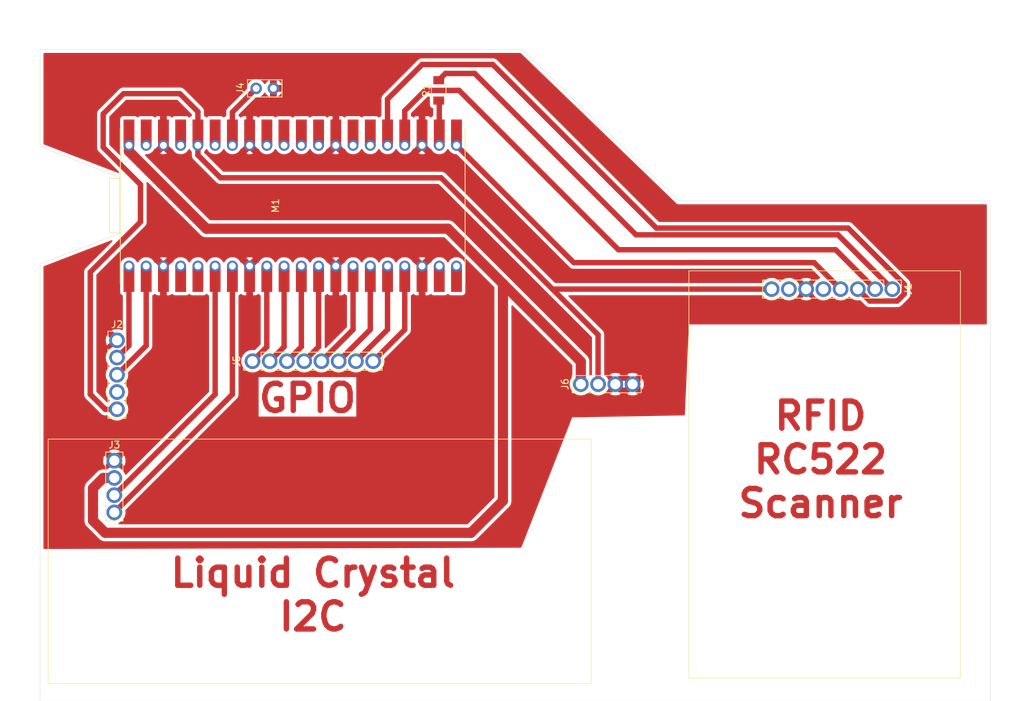
<source format=kicad_pcb>
(kicad_pcb (version 20241229) (generator "pcbnew") (generator_version "9.0")
  (layers (0 "F.Cu" signal) (2 "B.Cu" signal) (13 "F.Paste" user) (15 "B.Paste" user) (5 "F.SilkS" user "F.Silkscreen") (7 "B.SilkS" user "B.Silkscreen") (1 "F.Mask" user) (3 "B.Mask" user) (25 "Edge.Cuts" user))
  (net 0 "")
  (net 4 "+5V")
  (net 6 "Net-(J5-Pin_3)")
  (net 8 "/I2C-1 (SDA)")
  (net 10 "Net-(J5-Pin_7)")
  (net 11 "Net-(J5-Pin_4)")
  (net 12 "Net-(J5-Pin_1)")
  (net 13 "Net-(J5-Pin_5)")
  (net 14 "/I2C-1(SCL)")
  (net 15 "Net-(J5-Pin_6)")
  (net 17 "Net-(J5-Pin_8)")
  (net 18 "Net-(J5-Pin_2)")
  (net 19 "/buzzer")
  (net 22 "/SDA(RFID)")
  (net 24 "GND")
  (net 25 "/MOSI(RFID)")
  (net 26 "+3.3V")
  (net 27 "/SCK(RFID)")
  (net 28 "/MISO(RFID)")
  (net 30 "/SensorTX")
  (net 31 "/Touch")
  (net 32 "/SensorRX")
  (net 35 "Net-(M1-GP17)")
  (footprint "fab:PinHeader_01x02_P2.54mm_Vertical_THT_D1mm" (layer "F.Cu") (at 99.84 49.72 90)
    (property "Reference" "J4" (at 0 -2.33 90) (layer "F.SilkS"))
    (property "Value" "buzzer")
    (fp_line (start 1.27 -1.27) (end 1.27 3.81) (stroke (width 0.12)) (layer "F.SilkS"))
    (fp_line (start -1.27 -1.27) (end 1.27 -1.27) (stroke (width 0.12)) (layer "F.SilkS"))
    (fp_line (start -1.27 -1.27) (end -1.27 3.81) (stroke (width 0.12)) (layer "F.SilkS"))
    (fp_line (start -1.27 3.81) (end 1.27 3.81) (stroke (width 0.12)) (layer "F.SilkS"))
    (pad "1" thru_hole oval (at 0 0 90) (size 1.7 1.7) (drill 1) (layers "*.Cu" "*.Mask") (net 19 "/buzzer"))
    (pad "2" thru_hole oval (at 0 2.54 90) (size 1.7 1.7) (drill 1) (layers "*.Cu" "*.Mask") (net 24 "GND"))
  )
  (footprint "fab:RaspberryPi_PicoW_Combined" (layer "F.Cu") (at 105.23 67.01 90)
    (property "Reference" "M1" (at 0.0025 -2.54 90) (layer "F.SilkS"))
    (property "Value" "Module_RaspberryPi_PicoW_Combined")
    (fp_line (start 4 -27) (end 4 -25.4) (stroke (width 0.12)) (layer "F.SilkS"))
    (fp_line (start -4 -27) (end 4 -27) (stroke (width 0.12)) (layer "F.SilkS"))
    (fp_line (start 11.43 -25.4) (end 8.89 -25.4) (stroke (width 0.12)) (layer "F.SilkS"))
    (fp_line (start 8.89 -25.4) (end -11.43 -25.4) (stroke (width 0.12)) (layer "F.SilkS"))
    (fp_line (start -4 -25.4) (end -4 -27) (stroke (width 0.12)) (layer "F.SilkS"))
    (fp_line (start -11.43 25.4) (end 11.43 25.4) (stroke (width 0.12)) (layer "F.SilkS"))
    (pad "1" smd rect (at -10.795 -24.13 90) (size 3.81 1.6) (layers "F.Cu" "F.Mask" "F.Paste") (net 32 "/SensorRX"))
    (pad "1" thru_hole circle (at -8.89 -24.13 90) (size 1.6 1.6) (drill 1) (layers "*.Cu" "*.Mask") (net 32 "/SensorRX"))
    (pad "2" smd rect (at -10.795 -21.59 90) (size 3.81 1.6) (layers "F.Cu" "F.Mask" "F.Paste") (net 30 "/SensorTX"))
    (pad "2" thru_hole circle (at -8.89 -21.59 90) (size 1.6 1.6) (drill 1) (layers "*.Cu" "*.Mask") (net 30 "/SensorTX"))
    (pad "3" smd rect (at -10.795 -19.05 90) (size 3.81 1.6) (layers "F.Cu" "F.Mask" "F.Paste") (net 24 "GND"))
    (pad "3" thru_hole circle (at -8.89 -19.05 90) (size 1.6 1.6) (drill 1) (layers "*.Cu" "*.Mask") (net 24 "GND"))
    (pad "4" smd rect (at -10.795 -16.51 90) (size 3.81 1.6) (layers "F.Cu" "F.Mask" "F.Paste"))
    (pad "4" thru_hole circle (at -8.89 -16.51 90) (size 1.6 1.6) (drill 1) (layers "*.Cu" "*.Mask"))
    (pad "5" smd rect (at -10.795 -13.97 90) (size 3.81 1.6) (layers "F.Cu" "F.Mask" "F.Paste"))
    (pad "5" thru_hole circle (at -8.89 -13.97 90) (size 1.6 1.6) (drill 1) (layers "*.Cu" "*.Mask"))
    (pad "6" smd rect (at -10.795 -11.43 90) (size 3.81 1.6) (layers "F.Cu" "F.Mask" "F.Paste") (net 8 "/I2C-1 (SDA)"))
    (pad "6" thru_hole circle (at -8.89 -11.43 90) (size 1.6 1.6) (drill 1) (layers "*.Cu" "*.Mask") (net 8 "/I2C-1 (SDA)"))
    (pad "7" smd rect (at -10.795 -8.89 90) (size 3.81 1.6) (layers "F.Cu" "F.Mask" "F.Paste") (net 14 "/I2C-1(SCL)"))
    (pad "7" thru_hole circle (at -8.89 -8.89 90) (size 1.6 1.6) (drill 1) (layers "*.Cu" "*.Mask") (net 14 "/I2C-1(SCL)"))
    (pad "8" smd rect (at -10.795 -6.35 90) (size 3.81 1.6) (layers "F.Cu" "F.Mask" "F.Paste") (net 24 "GND"))
    (pad "8" thru_hole circle (at -8.89 -6.35 90) (size 1.6 1.6) (drill 1) (layers "*.Cu" "*.Mask") (net 24 "GND"))
    (pad "9" smd rect (at -10.795 -3.819556 90) (size 3.81 1.6) (layers "F.Cu" "F.Mask" "F.Paste") (net 12 "Net-(J5-Pin_1)"))
    (pad "9" thru_hole circle (at -8.89 -3.81 90) (size 1.6 1.6) (drill 1) (layers "*.Cu" "*.Mask") (net 12 "Net-(J5-Pin_1)"))
    (pad "10" smd rect (at -10.795 -1.27 90) (size 3.81 1.6) (layers "F.Cu" "F.Mask" "F.Paste") (net 18 "Net-(J5-Pin_2)"))
    (pad "10" thru_hole circle (at -8.89 -1.27 90) (size 1.6 1.6) (drill 1) (layers "*.Cu" "*.Mask") (net 18 "Net-(J5-Pin_2)"))
    (pad "11" smd rect (at -10.795 1.27 90) (size 3.81 1.6) (layers "F.Cu" "F.Mask" "F.Paste") (net 6 "Net-(J5-Pin_3)"))
    (pad "11" thru_hole circle (at -8.89 1.27 90) (size 1.6 1.6) (drill 1) (layers "*.Cu" "*.Mask") (net 6 "Net-(J5-Pin_3)"))
    (pad "12" smd rect (at -10.795 3.81 90) (size 3.81 1.6) (layers "F.Cu" "F.Mask" "F.Paste") (net 11 "Net-(J5-Pin_4)"))
    (pad "12" thru_hole circle (at -8.89 3.81 90) (size 1.6 1.6) (drill 1) (layers "*.Cu" "*.Mask") (net 11 "Net-(J5-Pin_4)"))
    (pad "13" smd rect (at -10.795 6.35 90) (size 3.81 1.6) (layers "F.Cu" "F.Mask" "F.Paste") (net 24 "GND"))
    (pad "13" thru_hole circle (at -8.89 6.35 90) (size 1.6 1.6) (drill 1) (layers "*.Cu" "*.Mask") (net 24 "GND"))
    (pad "14" smd rect (at -10.795 8.89 90) (size 3.81 1.6) (layers "F.Cu" "F.Mask" "F.Paste") (net 13 "Net-(J5-Pin_5)"))
    (pad "14" thru_hole circle (at -8.89 8.89 90) (size 1.6 1.6) (drill 1) (layers "*.Cu" "*.Mask") (net 13 "Net-(J5-Pin_5)"))
    (pad "15" smd rect (at -10.795 11.43 90) (size 3.81 1.6) (layers "F.Cu" "F.Mask" "F.Paste") (net 15 "Net-(J5-Pin_6)"))
    (pad "15" thru_hole circle (at -8.89 11.43 90) (size 1.6 1.6) (drill 1) (layers "*.Cu" "*.Mask") (net 15 "Net-(J5-Pin_6)"))
    (pad "16" smd rect (at -10.795 13.97 90) (size 3.81 1.6) (layers "F.Cu" "F.Mask" "F.Paste") (net 10 "Net-(J5-Pin_7)"))
    (pad "16" thru_hole circle (at -8.89 13.97 90) (size 1.6 1.6) (drill 1) (layers "*.Cu" "*.Mask") (net 10 "Net-(J5-Pin_7)"))
    (pad "17" smd rect (at -10.795 16.51 90) (size 3.81 1.6) (layers "F.Cu" "F.Mask" "F.Paste") (net 17 "Net-(J5-Pin_8)"))
    (pad "17" thru_hole circle (at -8.89 16.51 90) (size 1.6 1.6) (drill 1) (layers "*.Cu" "*.Mask") (net 17 "Net-(J5-Pin_8)"))
    (pad "18" smd rect (at -10.795 19.05 90) (size 3.81 1.6) (layers "F.Cu" "F.Mask" "F.Paste") (net 24 "GND"))
    (pad "18" thru_hole circle (at -8.89 19.05 90) (size 1.6 1.6) (drill 1) (layers "*.Cu" "*.Mask") (net 24 "GND"))
    (pad "19" smd rect (at -10.795 21.59 90) (size 3.81 1.6) (layers "F.Cu" "F.Mask" "F.Paste"))
    (pad "19" thru_hole circle (at -8.89 21.59 90) (size 1.6 1.6) (drill 1) (layers "*.Cu" "*.Mask"))
    (pad "20" smd rect (at -10.795 24.13 90) (size 3.81 1.6) (layers "F.Cu" "F.Mask" "F.Paste"))
    (pad "20" thru_hole circle (at -8.89 24.13 90) (size 1.6 1.6) (drill 1) (layers "*.Cu" "*.Mask"))
    (pad "21" thru_hole circle (at 8.89 24.13 90) (size 1.6 1.6) (drill 1) (layers "*.Cu" "*.Mask") (net 28 "/MISO(RFID)"))
    (pad "21" smd rect (at 10.795 24.13 90) (size 3.81 1.6) (layers "F.Cu" "F.Mask" "F.Paste") (net 28 "/MISO(RFID)"))
    (pad "22" thru_hole circle (at 8.89 21.59 90) (size 1.6 1.6) (drill 1) (layers "*.Cu" "*.Mask") (net 35 "Net-(M1-GP17)"))
    (pad "22" smd rect (at 10.795 21.59 90) (size 3.81 1.6) (layers "F.Cu" "F.Mask" "F.Paste") (net 35 "Net-(M1-GP17)"))
    (pad "23" thru_hole circle (at 8.89 19.05 90) (size 1.6 1.6) (drill 1) (layers "*.Cu" "*.Mask") (net 24 "GND"))
    (pad "23" smd rect (at 10.795 19.05 90) (size 3.81 1.6) (layers "F.Cu" "F.Mask" "F.Paste") (net 24 "GND"))
    (pad "24" thru_hole circle (at 8.89 16.51 90) (size 1.6 1.6) (drill 1) (layers "*.Cu" "*.Mask") (net 27 "/SCK(RFID)"))
    (pad "24" smd rect (at 10.795 16.51 90) (size 3.81 1.6) (layers "F.Cu" "F.Mask" "F.Paste") (net 27 "/SCK(RFID)"))
    (pad "25" thru_hole circle (at 8.89 13.97 90) (size 1.6 1.6) (drill 1) (layers "*.Cu" "*.Mask") (net 25 "/MOSI(RFID)"))
    (pad "25" smd rect (at 10.795 13.97 90) (size 3.81 1.6) (layers "F.Cu" "F.Mask" "F.Paste") (net 25 "/MOSI(RFID)"))
    (pad "26" thru_hole circle (at 8.89 11.43 90) (size 1.6 1.6) (drill 1) (layers "*.Cu" "*.Mask"))
    (pad "26" smd rect (at 10.795 11.43 90) (size 3.81 1.6) (layers "F.Cu" "F.Mask" "F.Paste"))
    (pad "27" thru_hole circle (at 8.89 8.89 90) (size 1.6 1.6) (drill 1) (layers "*.Cu" "*.Mask"))
    (pad "27" smd rect (at 10.795 8.89 90) (size 3.81 1.6) (layers "F.Cu" "F.Mask" "F.Paste"))
    (pad "28" thru_hole circle (at 8.89 6.35 90) (size 1.6 1.6) (drill 1) (layers "*.Cu" "*.Mask") (net 24 "GND"))
    (pad "28" smd rect (at 10.795 6.35 90) (size 3.81 1.6) (layers "F.Cu" "F.Mask" "F.Paste") (net 24 "GND"))
    (pad "29" thru_hole circle (at 8.89 3.81 90) (size 1.6 1.6) (drill 1) (layers "*.Cu" "*.Mask"))
    (pad "29" smd rect (at 10.795 3.81 90) (size 3.81 1.6) (layers "F.Cu" "F.Mask" "F.Paste"))
    (pad "30" thru_hole circle (at 8.89 1.27 90) (size 1.6 1.6) (drill 1) (layers "*.Cu" "*.Mask"))
    (pad "30" smd rect (at 10.795 1.27 90) (size 3.81 1.6) (layers "F.Cu" "F.Mask" "F.Paste"))
    (pad "31" thru_hole circle (at 8.89 -1.27 90) (size 1.6 1.6) (drill 1) (layers "*.Cu" "*.Mask"))
    (pad "31" smd rect (at 10.786443 -1.297864 90) (size 3.81 1.6) (layers "F.Cu" "F.Mask" "F.Paste"))
    (pad "32" thru_hole circle (at 8.89 -3.81 90) (size 1.6 1.6) (drill 1) (layers "*.Cu" "*.Mask"))
    (pad "32" smd rect (at 10.795 -3.81 90) (size 3.81 1.6) (layers "F.Cu" "F.Mask" "F.Paste"))
    (pad "33" thru_hole circle (at 8.89 -6.35 90) (size 1.6 1.6) (drill 1) (layers "*.Cu" "*.Mask") (net 24 "GND"))
    (pad "33" smd rect (at 10.795 -6.35 90) (size 3.81 1.6) (layers "F.Cu" "F.Mask" "F.Paste") (net 24 "GND"))
    (pad "34" thru_hole circle (at 8.89 -8.89 90) (size 1.6 1.6) (drill 1) (layers "*.Cu" "*.Mask") (net 19 "/buzzer"))
    (pad "34" smd rect (at 10.795 -8.89 90) (size 3.81 1.6) (layers "F.Cu" "F.Mask" "F.Paste") (net 19 "/buzzer"))
    (pad "35" thru_hole circle (at 8.89 -11.43 90) (size 1.6 1.6) (drill 1) (layers "*.Cu" "*.Mask"))
    (pad "35" smd rect (at 10.795 -11.43 90) (size 3.81 1.6) (layers "F.Cu" "F.Mask" "F.Paste"))
    (pad "36" thru_hole circle (at 8.89 -13.97 90) (size 1.6 1.6) (drill 1) (layers "*.Cu" "*.Mask") (net 26 "+3.3V"))
    (pad "36" smd rect (at 10.795 -13.97 90) (size 3.81 1.6) (layers "F.Cu" "F.Mask" "F.Paste") (net 26 "+3.3V"))
    (pad "37" thru_hole circle (at 8.89 -16.51 90) (size 1.6 1.6) (drill 1) (layers "*.Cu" "*.Mask"))
    (pad "37" smd rect (at 10.795 -16.51 90) (size 3.81 1.6) (layers "F.Cu" "F.Mask" "F.Paste"))
    (pad "38" thru_hole circle (at 8.89 -19.05 90) (size 1.6 1.6) (drill 1) (layers "*.Cu" "*.Mask") (net 24 "GND"))
    (pad "38" smd rect (at 10.795 -19.05 90) (size 3.81 1.6) (layers "F.Cu" "F.Mask" "F.Paste") (net 24 "GND"))
    (pad "39" thru_hole circle (at 8.89 -21.59 90) (size 1.6 1.6) (drill 1) (layers "*.Cu" "*.Mask"))
    (pad "39" smd rect (at 10.795 -21.59 90) (size 3.81 1.6) (layers "F.Cu" "F.Mask" "F.Paste"))
    (pad "40" thru_hole circle (at 8.89 -24.13 90) (size 1.6 1.6) (drill 1) (layers "*.Cu" "*.Mask") (net 4 "+5V"))
    (pad "40" smd rect (at 10.795 -24.13 90) (size 3.81 1.6) (layers "F.Cu" "F.Mask" "F.Paste") (net 4 "+5V"))
  )
  (footprint "fab:PinHeader_01x05_P2.54mm_Vertical_THT_D1.4mm" (layer "F.Cu") (at 79.34 86.84)
    (property "Reference" "J2" (at 0 -2.33 0) (layer "F.SilkS"))
    (property "Value" "fingerprint")
    (fp_line (start -1.33 -1.33) (end 0 -1.33) (stroke (width 0.12)) (layer "F.SilkS"))
    (fp_line (start -1.33 0) (end -1.33 -1.33) (stroke (width 0.12)) (layer "F.SilkS"))
    (fp_line (start -1.33 1.27) (end -1.33 11.49) (stroke (width 0.12)) (layer "F.SilkS"))
    (fp_line (start -1.33 11.49) (end 1.33 11.49) (stroke (width 0.12)) (layer "F.SilkS"))
    (fp_line (start 1.3 -1.3) (end 1.33 11.49) (stroke (width 0.12)) (layer "F.SilkS"))
    (pad "1" thru_hole circle (at 0 0) (size 2.3 2.3) (drill 1.5) (layers "*.Cu" "*.Mask") (net 24 "GND"))
    (pad "2" thru_hole circle (at 0 2.54) (size 2.3 2.3) (drill 1.5) (layers "*.Cu" "*.Mask") (net 32 "/SensorRX"))
    (pad "3" thru_hole circle (at 0 5.08) (size 2.3 2.3) (drill 1.5) (layers "*.Cu" "*.Mask") (net 30 "/SensorTX"))
    (pad "4" thru_hole circle (at 0 7.62) (size 2.3 2.3) (drill 1.5) (layers "*.Cu" "*.Mask") (net 31 "/Touch"))
    (pad "5" thru_hole circle (at 0 10.16) (size 2.3 2.3) (drill 1.5) (layers "*.Cu" "*.Mask") (net 26 "+3.3V"))
  )
  (footprint "fab:PinHeader_01x04_P2.54mm_Vertical_THT_D1.4mm" (layer "F.Cu") (at 147.68 93.3 90)
    (property "Reference" "J6" (at 0 -2.33 90) (layer "F.SilkS"))
    (property "Value" "POWER")
    (fp_line (start 1.27 -1.27) (end 1.27 8.89) (stroke (width 0.12)) (layer "F.SilkS"))
    (fp_line (start -1.27 -1.27) (end 1.27 -1.27) (stroke (width 0.12)) (layer "F.SilkS"))
    (fp_line (start -1.27 -1.27) (end -1.27 8.89) (stroke (width 0.12)) (layer "F.SilkS"))
    (fp_line (start -1.27 8.89) (end 1.27 8.89) (stroke (width 0.12)) (layer "F.SilkS"))
    (pad "1" thru_hole circle (at 0 0 90) (size 2.3 2.3) (drill 1.5) (layers "*.Cu" "*.Mask") (net 4 "+5V"))
    (pad "2" thru_hole circle (at 0 2.54 90) (size 2.3 2.3) (drill 1.5) (layers "*.Cu" "*.Mask") (net 26 "+3.3V"))
    (pad "3" thru_hole circle (at 0 5.08 90) (size 2.3 2.3) (drill 1.5) (layers "*.Cu" "*.Mask") (net 24 "GND"))
    (pad "4" thru_hole circle (at 0 7.62 90) (size 2.3 2.3) (drill 1.5) (layers "*.Cu" "*.Mask") (net 24 "GND"))
  )
  (footprint "fab:PinHeader_01x08_P2.54mm_Vertical_THT_D1.4mm" (layer "F.Cu") (at 193.575 79.3 -90)
    (property "Reference" "J1" (at 0 -2.33 90) (layer "F.SilkS"))
    (property "Value" "RFID")
    (fp_line (start -1.33 19.11) (end 1.33 19.11) (stroke (width 0.12)) (layer "F.SilkS"))
    (fp_line (start -1.33 1.27) (end -1.33 19.11) (stroke (width 0.12)) (layer "F.SilkS"))
    (fp_line (start -1.33 1.27) (end 1.33 1.27) (stroke (width 0.12)) (layer "F.SilkS"))
    (fp_line (start 1.33 1.27) (end 1.33 19.11) (stroke (width 0.12)) (layer "F.SilkS"))
    (fp_line (start -1.33 0) (end -1.33 -1.33) (stroke (width 0.12)) (layer "F.SilkS"))
    (fp_line (start -1.33 -1.33) (end 0 -1.33) (stroke (width 0.12)) (layer "F.SilkS"))
    (pad "1" thru_hole circle (at 0 0 270) (size 2.3 2.3) (drill 1.5) (layers "*.Cu" "*.Mask") (net 22 "/SDA(RFID)"))
    (pad "2" thru_hole circle (at 0 2.54 270) (size 2.3 2.3) (drill 1.5) (layers "*.Cu" "*.Mask") (net 27 "/SCK(RFID)"))
    (pad "3" thru_hole circle (at 0 5.08 270) (size 2.3 2.3) (drill 1.5) (layers "*.Cu" "*.Mask") (net 25 "/MOSI(RFID)"))
    (pad "4" thru_hole circle (at 0 7.62 270) (size 2.3 2.3) (drill 1.5) (layers "*.Cu" "*.Mask") (net 28 "/MISO(RFID)"))
    (pad "5" thru_hole circle (at 0 10.16 270) (size 2.3 2.3) (drill 1.5) (layers "*.Cu" "*.Mask"))
    (pad "6" thru_hole circle (at 0 12.7 270) (size 2.3 2.3) (drill 1.5) (layers "*.Cu" "*.Mask") (net 24 "GND"))
    (pad "7" thru_hole circle (at 0 15.24 270) (size 2.3 2.3) (drill 1.5) (layers "*.Cu" "*.Mask"))
    (pad "8" thru_hole circle (at 0 17.78 270) (size 2.3 2.3) (drill 1.5) (layers "*.Cu" "*.Mask") (net 26 "+3.3V"))
  )
  (footprint "fab:PinHeader_01x08_P2.54mm_Vertical_THT_D1.4mm" (layer "F.Cu") (at 99.3 89.92 90)
    (property "Reference" "J5" (at 0 -2.33 90) (layer "F.SilkS"))
    (property "Value" "GPIO")
    (fp_line (start -1.33 -1.33) (end 0 -1.33) (stroke (width 0.12)) (layer "F.SilkS"))
    (fp_line (start -1.33 0) (end -1.33 -1.33) (stroke (width 0.12)) (layer "F.SilkS"))
    (fp_line (start 1.33 1.27) (end 1.33 19.11) (stroke (width 0.12)) (layer "F.SilkS"))
    (fp_line (start -1.33 1.27) (end 1.33 1.27) (stroke (width 0.12)) (layer "F.SilkS"))
    (fp_line (start -1.33 1.27) (end -1.33 19.11) (stroke (width 0.12)) (layer "F.SilkS"))
    (fp_line (start -1.33 19.11) (end 1.33 19.11) (stroke (width 0.12)) (layer "F.SilkS"))
    (pad "1" thru_hole circle (at 0 0 90) (size 2.3 2.3) (drill 1.5) (layers "*.Cu" "*.Mask") (net 12 "Net-(J5-Pin_1)"))
    (pad "2" thru_hole circle (at 0 2.54 90) (size 2.3 2.3) (drill 1.5) (layers "*.Cu" "*.Mask") (net 18 "Net-(J5-Pin_2)"))
    (pad "3" thru_hole circle (at 0 5.08 90) (size 2.3 2.3) (drill 1.5) (layers "*.Cu" "*.Mask") (net 6 "Net-(J5-Pin_3)"))
    (pad "4" thru_hole circle (at 0 7.62 90) (size 2.3 2.3) (drill 1.5) (layers "*.Cu" "*.Mask") (net 11 "Net-(J5-Pin_4)"))
    (pad "5" thru_hole circle (at 0 10.16 90) (size 2.3 2.3) (drill 1.5) (layers "*.Cu" "*.Mask") (net 13 "Net-(J5-Pin_5)"))
    (pad "6" thru_hole circle (at 0 12.7 90) (size 2.3 2.3) (drill 1.5) (layers "*.Cu" "*.Mask") (net 15 "Net-(J5-Pin_6)"))
    (pad "7" thru_hole circle (at 0 15.24 90) (size 2.3 2.3) (drill 1.5) (layers "*.Cu" "*.Mask") (net 10 "Net-(J5-Pin_7)"))
    (pad "8" thru_hole circle (at 0 17.78 90) (size 2.3 2.3) (drill 1.5) (layers "*.Cu" "*.Mask") (net 17 "Net-(J5-Pin_8)"))
  )
  (footprint "fab:PinHeader_01x04_P2.54mm_Vertical_THT_D1.4mm" (layer "F.Cu") (at 78.94 104.58)
    (property "Reference" "J3" (at 0 -2.33 0) (layer "F.SilkS"))
    (property "Value" "LCD")
    (fp_line (start -1.27 -1.27) (end -1.27 8.89) (stroke (width 0.12)) (layer "F.SilkS"))
    (fp_line (start -1.27 -1.27) (end 1.27 -1.27) (stroke (width 0.12)) (layer "F.SilkS"))
    (fp_line (start -1.27 8.89) (end 1.27 8.89) (stroke (width 0.12)) (layer "F.SilkS"))
    (fp_line (start 1.27 -1.27) (end 1.27 8.89) (stroke (width 0.12)) (layer "F.SilkS"))
    (pad "1" thru_hole circle (at 0 0) (size 2.3 2.3) (drill 1.5) (layers "*.Cu" "*.Mask") (net 24 "GND"))
    (pad "2" thru_hole circle (at 0 2.54) (size 2.3 2.3) (drill 1.5) (layers "*.Cu" "*.Mask") (net 4 "+5V"))
    (pad "3" thru_hole circle (at 0 5.08) (size 2.3 2.3) (drill 1.5) (layers "*.Cu" "*.Mask") (net 8 "/I2C-1 (SDA)"))
    (pad "4" thru_hole circle (at 0 7.62) (size 2.3 2.3) (drill 1.5) (layers "*.Cu" "*.Mask") (net 14 "/I2C-1(SCL)"))
  )
  (footprint "fab:R_1206" (layer "F.Cu") (at 126.74 50.02 90)
    (property "Reference" "R1" (at 0 -1.85 90) (layer "F.SilkS"))
    (property "Value" "R_1206")
    (fp_line (start -1 -1.07) (end 1 -1.07) (stroke (width 0.12)) (layer "F.SilkS"))
    (fp_line (start 1 1.07) (end -1 1.07) (stroke (width 0.12)) (layer "F.SilkS"))
    (pad "1" smd rect (at -1.5 0 90) (size 1.2 1.6) (layers "F.Cu" "F.Mask" "F.Paste") (net 35 "Net-(M1-GP17)"))
    (pad "2" smd rect (at 1.5 0 90) (size 1.2 1.6) (layers "F.Cu" "F.Mask" "F.Paste") (net 22 "/SDA(RFID)"))
  )
  (gr_rect (start 69.2 101.4) (end 149.2 137.4) (stroke (width 0.1)) (fill no) (layer "F.SilkS"))
  (gr_rect (start 163.6 76.6) (end 203.6 136.6) (stroke (width 0.1)) (fill no) (layer "F.SilkS"))
  (gr_line (start 208 140) (end 208 66.3) (stroke (width 0.05)) (layer "Edge.Cuts"))
  (gr_line (start 79.7 71.1) (end 68 75.6) (stroke (width 0.05)) (layer "Edge.Cuts"))
  (gr_line (start 162.1 66.3) (end 139 44) (stroke (width 0.05)) (layer "Edge.Cuts"))
  (gr_line (start 79.7 62.8) (end 79.7 71.1) (stroke (width 0.05)) (layer "Edge.Cuts"))
  (gr_line (start 208 66.3) (end 162.1 66.3) (stroke (width 0.05)) (layer "Edge.Cuts"))
  (gr_line (start 68 58.3) (end 79.7 62.8) (stroke (width 0.05)) (layer "Edge.Cuts"))
  (gr_line (start 68 140) (end 208 140) (stroke (width 0.05)) (layer "Edge.Cuts"))
  (gr_line (start 68 140) (end 68 75.6) (stroke (width 0.05)) (layer "Edge.Cuts"))
  (gr_line (start 68 44) (end 68 58.3) (stroke (width 0.05)) (layer "Edge.Cuts"))
  (gr_line (start 139 44) (end 68 44) (stroke (width 0.05)) (layer "Edge.Cuts"))
  (gr_text "Liquid Crystal\nI2C" (at 108.2 129.9 0) (layer "F.Cu") (effects (font (size 4 4) (thickness 0.8) (bold yes)) (justify bottom)))
  (gr_text "RFID\nRC522\nScanner" (at 183 113.2 0) (layer "F.Cu") (effects (font (size 4 4) (thickness 0.8) (bold yes)) (justify bottom)))
  (gr_text "GPIO" (at 107.4 97.7 0) (layer "F.Cu") (effects (font (size 4 4) (thickness 0.8) (bold yes)) (justify bottom)))
  (segment (start 147.68 89.98) (end 136.2 78.5) (width 1.5) (layer "F.Cu") (net 4))
  (segment (start 81.1 59) (end 92.5 70.4) (width 1.5) (layer "F.Cu") (net 4))
  (segment (start 75.8 113.4) (end 75.8 108.633655) (width 1.5) (layer "F.Cu") (net 4))
  (segment (start 147.68 93.3) (end 147.68 89.98) (width 1.5) (layer "F.Cu") (net 4))
  (segment (start 77.6 115.2) (end 75.8 113.4) (width 1.5) (layer "F.Cu") (net 4))
  (segment (start 128.1 70.4) (end 136.2 78.5) (width 1.5) (layer "F.Cu") (net 4))
  (segment (start 136.2 78.5) (end 136.2 110.5) (width 1.5) (layer "F.Cu") (net 4))
  (segment (start 92.5 70.4) (end 128.1 70.4) (width 1.5) (layer "F.Cu") (net 4))
  (segment (start 75.8 108.633655) (end 77.313655 107.12) (width 1.5) (layer "F.Cu") (net 4))
  (segment (start 81.1 56.215) (end 81.1 59) (width 1.5) (layer "F.Cu") (net 4))
  (segment (start 136.2 110.5) (end 131.5 115.2) (width 1.5) (layer "F.Cu") (net 4))
  (segment (start 77.313655 107.12) (end 78.94 107.12) (width 1.5) (layer "F.Cu") (net 4))
  (segment (start 131.5 115.2) (end 77.6 115.2) (width 1.5) (layer "F.Cu") (net 4))
  (segment (start 106.5 87.8) (end 106.5 77.805) (width 0.8) (layer "F.Cu") (net 6))
  (segment (start 104.38 89.92) (end 106.5 87.8) (width 0.8) (layer "F.Cu") (net 6))
  (segment (start 93.8 94.8) (end 93.8 77.805) (width 0.8) (layer "F.Cu") (net 8))
  (segment (start 78.94 109.66) (end 93.8 94.8) (width 0.8) (layer "F.Cu") (net 8))
  (segment (start 114.54 89.92) (end 119.2 85.26) (width 0.8) (layer "F.Cu") (net 10))
  (segment (start 119.2 85.26) (end 119.2 77.805) (width 0.8) (layer "F.Cu") (net 10))
  (segment (start 109.04 87.8) (end 109.04 77.805) (width 0.8) (layer "F.Cu") (net 11))
  (segment (start 106.92 89.92) (end 109.04 87.8) (width 0.8) (layer "F.Cu") (net 11))
  (segment (start 101.410444 87.809556) (end 101.410444 77.805) (width 0.8) (layer "F.Cu") (net 12))
  (segment (start 99.3 89.92) (end 101.410444 87.809556) (width 0.8) (layer "F.Cu") (net 12))
  (segment (start 109.46 89.92) (end 114.12 85.26) (width 0.8) (layer "F.Cu") (net 13))
  (segment (start 114.12 85.26) (end 114.12 77.805) (width 0.8) (layer "F.Cu") (net 13))
  (segment (start 96.34 94.8) (end 96.34 77.805) (width 0.8) (layer "F.Cu") (net 14))
  (segment (start 78.94 112.2) (end 96.34 94.8) (width 0.8) (layer "F.Cu") (net 14))
  (segment (start 112 89.92) (end 116.66 85.26) (width 0.8) (layer "F.Cu") (net 15))
  (segment (start 116.66 85.26) (end 116.66 77.805) (width 0.8) (layer "F.Cu") (net 15))
  (segment (start 117.08 89.92) (end 121.74 85.26) (width 0.8) (layer "F.Cu") (net 17))
  (segment (start 121.74 85.26) (end 121.74 77.805) (width 0.8) (layer "F.Cu") (net 17))
  (segment (start 103.96 87.8) (end 103.96 77.805) (width 0.8) (layer "F.Cu") (net 18))
  (segment (start 101.84 89.92) (end 103.96 87.8) (width 0.8) (layer "F.Cu") (net 18))
  (segment (start 99.84 49.72) (end 96.34 53.22) (width 0.8) (layer "F.Cu") (net 19))
  (segment (start 96.34 53.22) (end 96.34 56.215) (width 0.8) (layer "F.Cu") (net 19))
  (segment (start 132.04 47.52) (end 127.74 47.52) (width 0.8) (layer "F.Cu") (net 22))
  (segment (start 193.575 79.3) (end 185.575 71.3) (width 0.8) (layer "F.Cu") (net 22))
  (segment (start 155.82 71.3) (end 132.04 47.52) (width 0.8) (layer "F.Cu") (net 22))
  (segment (start 127.74 47.52) (end 126.74 48.52) (width 0.8) (layer "F.Cu") (net 22))
  (segment (start 185.575 71.3) (end 155.82 71.3) (width 0.8) (layer "F.Cu") (net 22))
  (segment (start 188.495 79.3) (end 190.246 81.051) (width 0.8) (layer "F.Cu") (net 25))
  (segment (start 119.2 51.3) (end 119.2 56.215) (width 0.8) (layer "F.Cu") (net 25))
  (segment (start 124.3 46.2) (end 119.2 51.3) (width 0.8) (layer "F.Cu") (net 25))
  (segment (start 158.799 70.299) (end 134.7 46.2) (width 0.8) (layer "F.Cu") (net 25))
  (segment (start 190.246 81.051) (end 194.300288 81.051) (width 0.8) (layer "F.Cu") (net 25))
  (segment (start 194.300288 81.051) (end 195.326 80.025288) (width 0.8) (layer "F.Cu") (net 25))
  (segment (start 195.326 78.574712) (end 187.050288 70.299) (width 0.8) (layer "F.Cu") (net 25))
  (segment (start 134.7 46.2) (end 124.3 46.2) (width 0.8) (layer "F.Cu") (net 25))
  (segment (start 187.050288 70.299) (end 158.799 70.299) (width 0.8) (layer "F.Cu") (net 25))
  (segment (start 195.326 80.025288) (end 195.326 78.574712) (width 0.8) (layer "F.Cu") (net 25))
  (segment (start 150.22 93.3) (end 150.22 86.02) (width 0.8) (layer "F.Cu") (net 26))
  (segment (start 91.26 58.12) (end 91.26 59.56) (width 0.8) (layer "F.Cu") (net 26))
  (segment (start 82.8 69.4) (end 82.8 63.9) (width 0.8) (layer "F.Cu") (net 26))
  (segment (start 82.8 63.9) (end 77.3 58.4) (width 0.8) (layer "F.Cu") (net 26))
  (segment (start 77.3 58.4) (end 77.3 53.5) (width 0.8) (layer "F.Cu") (net 26))
  (segment (start 77.3 53.5) (end 80.3 50.5) (width 0.8) (layer "F.Cu") (net 26))
  (segment (start 91.26 59.56) (end 94.6 62.9) (width 0.8) (layer "F.Cu") (net 26))
  (segment (start 75.4 94.8) (end 75.4 76.8) (width 0.8) (layer "F.Cu") (net 26))
  (segment (start 143.5 79.3) (end 175.795 79.3) (width 0.8) (layer "F.Cu") (net 26))
  (segment (start 91.26 53.16) (end 91.26 56.215) (width 0.8) (layer "F.Cu") (net 26))
  (segment (start 88.6 50.5) (end 91.26 53.16) (width 0.8) (layer "F.Cu") (net 26))
  (segment (start 77.6 97) (end 75.4 94.8) (width 0.8) (layer "F.Cu") (net 26))
  (segment (start 94.6 62.9) (end 127.1 62.9) (width 0.8) (layer "F.Cu") (net 26))
  (segment (start 127.1 62.9) (end 143.5 79.3) (width 0.8) (layer "F.Cu") (net 26))
  (segment (start 79.34 97) (end 77.6 97) (width 0.8) (layer "F.Cu") (net 26))
  (segment (start 150.22 86.02) (end 143.5 79.3) (width 0.8) (layer "F.Cu") (net 26))
  (segment (start 75.4 76.8) (end 82.8 69.4) (width 0.8) (layer "F.Cu") (net 26))
  (segment (start 80.3 50.5) (end 88.6 50.5) (width 0.8) (layer "F.Cu") (net 26))
  (segment (start 121.74 53.02) (end 121.74 56.215) (width 0.8) (layer "F.Cu") (net 27))
  (segment (start 191.035 79.3) (end 185.235 73.5) (width 0.8) (layer "F.Cu") (net 27))
  (segment (start 129.74 50.02) (end 124.74 50.02) (width 0.8) (layer "F.Cu") (net 27))
  (segment (start 185.235 73.5) (end 153.22 73.5) (width 0.8) (layer "F.Cu") (net 27))
  (segment (start 153.22 73.5) (end 129.74 50.02) (width 0.8) (layer "F.Cu") (net 27))
  (segment (start 124.74 50.02) (end 121.74 53.02) (width 0.8) (layer "F.Cu") (net 27))
  (segment (start 146.64 75.4) (end 129.36 58.12) (width 0.8) (layer "F.Cu") (net 28))
  (segment (start 182.055 75.4) (end 146.64 75.4) (width 0.8) (layer "F.Cu") (net 28))
  (segment (start 185.955 79.3) (end 182.055 75.4) (width 0.8) (layer "F.Cu") (net 28))
  (segment (start 83.64 87.62) (end 83.64 77.805) (width 0.8) (layer "F.Cu") (net 30))
  (segment (start 79.34 91.92) (end 83.64 87.62) (width 0.8) (layer "F.Cu") (net 30))
  (segment (start 81.1 87.62) (end 81.1 77.805) (width 0.8) (layer "F.Cu") (net 32))
  (segment (start 79.34 89.38) (end 81.1 87.62) (width 0.8) (layer "F.Cu") (net 32))
  (segment (start 126.82 56.215) (end 126.82 51.6) (width 0.8) (layer "F.Cu") (net 35))
  (segment (start 126.82 51.6) (end 126.74 51.52) (width 0.8) (layer "F.Cu") (net 35))
  (zone (net 24) (net_name "GND") (layer "F.Cu") (connect_pads (clearance 0.5)) (min_thickness 0.25) (fill yes (thermal_gap 0.5) (thermal_bridge_width 1))
    (polygon (pts (xy 64.2 117.6) (xy 138.9 117.4) (xy 146.4 98.2) (xy 163 97.9) (xy 163.6 84.5) (xy 213 84.5) (xy 212 47.6) (xy 141.8 36.7) (xy 67.4 38.2) (xy 62.1 56.9)))
  )
)
</source>
